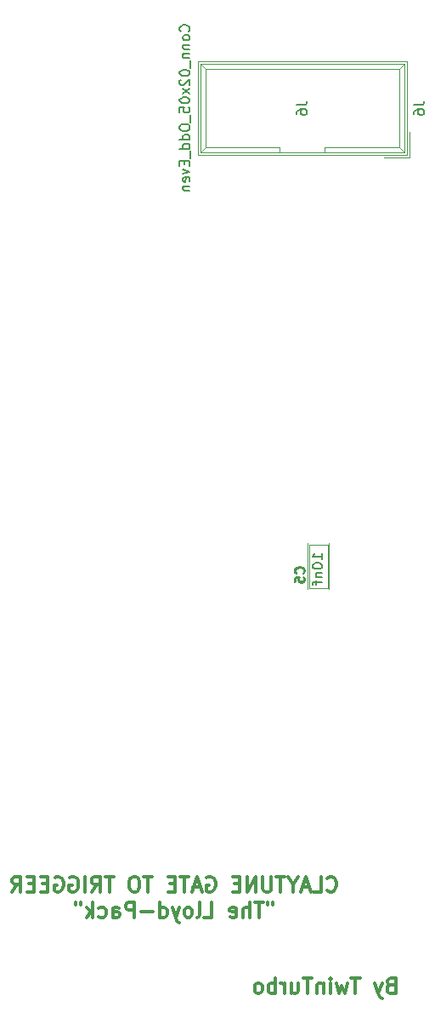
<source format=gbr>
G04 #@! TF.GenerationSoftware,KiCad,Pcbnew,(5.1.5)-3*
G04 #@! TF.CreationDate,2020-07-13T19:53:19+01:00*
G04 #@! TF.ProjectId,GATE2TRIG,47415445-3254-4524-9947-2e6b69636164,rev?*
G04 #@! TF.SameCoordinates,Original*
G04 #@! TF.FileFunction,Legend,Bot*
G04 #@! TF.FilePolarity,Positive*
%FSLAX46Y46*%
G04 Gerber Fmt 4.6, Leading zero omitted, Abs format (unit mm)*
G04 Created by KiCad (PCBNEW (5.1.5)-3) date 2020-07-13 19:53:19*
%MOMM*%
%LPD*%
G04 APERTURE LIST*
%ADD10C,0.300000*%
%ADD11C,0.120000*%
%ADD12C,0.100000*%
%ADD13C,0.150000*%
%ADD14C,0.129000*%
G04 APERTURE END LIST*
D10*
X87460000Y-111172857D02*
X87245714Y-111244285D01*
X87174285Y-111315714D01*
X87102857Y-111458571D01*
X87102857Y-111672857D01*
X87174285Y-111815714D01*
X87245714Y-111887142D01*
X87388571Y-111958571D01*
X87960000Y-111958571D01*
X87960000Y-110458571D01*
X87460000Y-110458571D01*
X87317142Y-110530000D01*
X87245714Y-110601428D01*
X87174285Y-110744285D01*
X87174285Y-110887142D01*
X87245714Y-111030000D01*
X87317142Y-111101428D01*
X87460000Y-111172857D01*
X87960000Y-111172857D01*
X86602857Y-110958571D02*
X86245714Y-111958571D01*
X85888571Y-110958571D02*
X86245714Y-111958571D01*
X86388571Y-112315714D01*
X86460000Y-112387142D01*
X86602857Y-112458571D01*
X84388571Y-110458571D02*
X83531428Y-110458571D01*
X83960000Y-111958571D02*
X83960000Y-110458571D01*
X83174285Y-110958571D02*
X82888571Y-111958571D01*
X82602857Y-111244285D01*
X82317142Y-111958571D01*
X82031428Y-110958571D01*
X81460000Y-111958571D02*
X81460000Y-110958571D01*
X81460000Y-110458571D02*
X81531428Y-110530000D01*
X81460000Y-110601428D01*
X81388571Y-110530000D01*
X81460000Y-110458571D01*
X81460000Y-110601428D01*
X80745714Y-110958571D02*
X80745714Y-111958571D01*
X80745714Y-111101428D02*
X80674285Y-111030000D01*
X80531428Y-110958571D01*
X80317142Y-110958571D01*
X80174285Y-111030000D01*
X80102857Y-111172857D01*
X80102857Y-111958571D01*
X79602857Y-110458571D02*
X78745714Y-110458571D01*
X79174285Y-111958571D02*
X79174285Y-110458571D01*
X77602857Y-110958571D02*
X77602857Y-111958571D01*
X78245714Y-110958571D02*
X78245714Y-111744285D01*
X78174285Y-111887142D01*
X78031428Y-111958571D01*
X77817142Y-111958571D01*
X77674285Y-111887142D01*
X77602857Y-111815714D01*
X76888571Y-111958571D02*
X76888571Y-110958571D01*
X76888571Y-111244285D02*
X76817142Y-111101428D01*
X76745714Y-111030000D01*
X76602857Y-110958571D01*
X76460000Y-110958571D01*
X75960000Y-111958571D02*
X75960000Y-110458571D01*
X75960000Y-111030000D02*
X75817142Y-110958571D01*
X75531428Y-110958571D01*
X75388571Y-111030000D01*
X75317142Y-111101428D01*
X75245714Y-111244285D01*
X75245714Y-111672857D01*
X75317142Y-111815714D01*
X75388571Y-111887142D01*
X75531428Y-111958571D01*
X75817142Y-111958571D01*
X75960000Y-111887142D01*
X74388571Y-111958571D02*
X74531428Y-111887142D01*
X74602857Y-111815714D01*
X74674285Y-111672857D01*
X74674285Y-111244285D01*
X74602857Y-111101428D01*
X74531428Y-111030000D01*
X74388571Y-110958571D01*
X74174285Y-110958571D01*
X74031428Y-111030000D01*
X73960000Y-111101428D01*
X73888571Y-111244285D01*
X73888571Y-111672857D01*
X73960000Y-111815714D01*
X74031428Y-111887142D01*
X74174285Y-111958571D01*
X74388571Y-111958571D01*
X81140000Y-101730714D02*
X81211428Y-101802142D01*
X81425714Y-101873571D01*
X81568571Y-101873571D01*
X81782857Y-101802142D01*
X81925714Y-101659285D01*
X81997142Y-101516428D01*
X82068571Y-101230714D01*
X82068571Y-101016428D01*
X81997142Y-100730714D01*
X81925714Y-100587857D01*
X81782857Y-100445000D01*
X81568571Y-100373571D01*
X81425714Y-100373571D01*
X81211428Y-100445000D01*
X81140000Y-100516428D01*
X79782857Y-101873571D02*
X80497142Y-101873571D01*
X80497142Y-100373571D01*
X79354285Y-101445000D02*
X78640000Y-101445000D01*
X79497142Y-101873571D02*
X78997142Y-100373571D01*
X78497142Y-101873571D01*
X77711428Y-101159285D02*
X77711428Y-101873571D01*
X78211428Y-100373571D02*
X77711428Y-101159285D01*
X77211428Y-100373571D01*
X76925714Y-100373571D02*
X76068571Y-100373571D01*
X76497142Y-101873571D02*
X76497142Y-100373571D01*
X75568571Y-100373571D02*
X75568571Y-101587857D01*
X75497142Y-101730714D01*
X75425714Y-101802142D01*
X75282857Y-101873571D01*
X74997142Y-101873571D01*
X74854285Y-101802142D01*
X74782857Y-101730714D01*
X74711428Y-101587857D01*
X74711428Y-100373571D01*
X73997142Y-101873571D02*
X73997142Y-100373571D01*
X73140000Y-101873571D01*
X73140000Y-100373571D01*
X72425714Y-101087857D02*
X71925714Y-101087857D01*
X71711428Y-101873571D02*
X72425714Y-101873571D01*
X72425714Y-100373571D01*
X71711428Y-100373571D01*
X69140000Y-100445000D02*
X69282857Y-100373571D01*
X69497142Y-100373571D01*
X69711428Y-100445000D01*
X69854285Y-100587857D01*
X69925714Y-100730714D01*
X69997142Y-101016428D01*
X69997142Y-101230714D01*
X69925714Y-101516428D01*
X69854285Y-101659285D01*
X69711428Y-101802142D01*
X69497142Y-101873571D01*
X69354285Y-101873571D01*
X69140000Y-101802142D01*
X69068571Y-101730714D01*
X69068571Y-101230714D01*
X69354285Y-101230714D01*
X68497142Y-101445000D02*
X67782857Y-101445000D01*
X68640000Y-101873571D02*
X68140000Y-100373571D01*
X67640000Y-101873571D01*
X67354285Y-100373571D02*
X66497142Y-100373571D01*
X66925714Y-101873571D02*
X66925714Y-100373571D01*
X65997142Y-101087857D02*
X65497142Y-101087857D01*
X65282857Y-101873571D02*
X65997142Y-101873571D01*
X65997142Y-100373571D01*
X65282857Y-100373571D01*
X63711428Y-100373571D02*
X62854285Y-100373571D01*
X63282857Y-101873571D02*
X63282857Y-100373571D01*
X62068571Y-100373571D02*
X61782857Y-100373571D01*
X61640000Y-100445000D01*
X61497142Y-100587857D01*
X61425714Y-100873571D01*
X61425714Y-101373571D01*
X61497142Y-101659285D01*
X61640000Y-101802142D01*
X61782857Y-101873571D01*
X62068571Y-101873571D01*
X62211428Y-101802142D01*
X62354285Y-101659285D01*
X62425714Y-101373571D01*
X62425714Y-100873571D01*
X62354285Y-100587857D01*
X62211428Y-100445000D01*
X62068571Y-100373571D01*
X59854285Y-100373571D02*
X58997142Y-100373571D01*
X59425714Y-101873571D02*
X59425714Y-100373571D01*
X57640000Y-101873571D02*
X58140000Y-101159285D01*
X58497142Y-101873571D02*
X58497142Y-100373571D01*
X57925714Y-100373571D01*
X57782857Y-100445000D01*
X57711428Y-100516428D01*
X57640000Y-100659285D01*
X57640000Y-100873571D01*
X57711428Y-101016428D01*
X57782857Y-101087857D01*
X57925714Y-101159285D01*
X58497142Y-101159285D01*
X56997142Y-101873571D02*
X56997142Y-100373571D01*
X55497142Y-100445000D02*
X55640000Y-100373571D01*
X55854285Y-100373571D01*
X56068571Y-100445000D01*
X56211428Y-100587857D01*
X56282857Y-100730714D01*
X56354285Y-101016428D01*
X56354285Y-101230714D01*
X56282857Y-101516428D01*
X56211428Y-101659285D01*
X56068571Y-101802142D01*
X55854285Y-101873571D01*
X55711428Y-101873571D01*
X55497142Y-101802142D01*
X55425714Y-101730714D01*
X55425714Y-101230714D01*
X55711428Y-101230714D01*
X53997142Y-100445000D02*
X54140000Y-100373571D01*
X54354285Y-100373571D01*
X54568571Y-100445000D01*
X54711428Y-100587857D01*
X54782857Y-100730714D01*
X54854285Y-101016428D01*
X54854285Y-101230714D01*
X54782857Y-101516428D01*
X54711428Y-101659285D01*
X54568571Y-101802142D01*
X54354285Y-101873571D01*
X54211428Y-101873571D01*
X53997142Y-101802142D01*
X53925714Y-101730714D01*
X53925714Y-101230714D01*
X54211428Y-101230714D01*
X53282857Y-101087857D02*
X52782857Y-101087857D01*
X52568571Y-101873571D02*
X53282857Y-101873571D01*
X53282857Y-100373571D01*
X52568571Y-100373571D01*
X51925714Y-101087857D02*
X51425714Y-101087857D01*
X51211428Y-101873571D02*
X51925714Y-101873571D01*
X51925714Y-100373571D01*
X51211428Y-100373571D01*
X49711428Y-101873571D02*
X50211428Y-101159285D01*
X50568571Y-101873571D02*
X50568571Y-100373571D01*
X49997142Y-100373571D01*
X49854285Y-100445000D01*
X49782857Y-100516428D01*
X49711428Y-100659285D01*
X49711428Y-100873571D01*
X49782857Y-101016428D01*
X49854285Y-101087857D01*
X49997142Y-101159285D01*
X50568571Y-101159285D01*
X75747142Y-102923571D02*
X75747142Y-103209285D01*
X75175714Y-102923571D02*
X75175714Y-103209285D01*
X74747142Y-102923571D02*
X73890000Y-102923571D01*
X74318571Y-104423571D02*
X74318571Y-102923571D01*
X73390000Y-104423571D02*
X73390000Y-102923571D01*
X72747142Y-104423571D02*
X72747142Y-103637857D01*
X72818571Y-103495000D01*
X72961428Y-103423571D01*
X73175714Y-103423571D01*
X73318571Y-103495000D01*
X73390000Y-103566428D01*
X71461428Y-104352142D02*
X71604285Y-104423571D01*
X71890000Y-104423571D01*
X72032857Y-104352142D01*
X72104285Y-104209285D01*
X72104285Y-103637857D01*
X72032857Y-103495000D01*
X71890000Y-103423571D01*
X71604285Y-103423571D01*
X71461428Y-103495000D01*
X71390000Y-103637857D01*
X71390000Y-103780714D01*
X72104285Y-103923571D01*
X68890000Y-104423571D02*
X69604285Y-104423571D01*
X69604285Y-102923571D01*
X68175714Y-104423571D02*
X68318571Y-104352142D01*
X68390000Y-104209285D01*
X68390000Y-102923571D01*
X67390000Y-104423571D02*
X67532857Y-104352142D01*
X67604285Y-104280714D01*
X67675714Y-104137857D01*
X67675714Y-103709285D01*
X67604285Y-103566428D01*
X67532857Y-103495000D01*
X67390000Y-103423571D01*
X67175714Y-103423571D01*
X67032857Y-103495000D01*
X66961428Y-103566428D01*
X66890000Y-103709285D01*
X66890000Y-104137857D01*
X66961428Y-104280714D01*
X67032857Y-104352142D01*
X67175714Y-104423571D01*
X67390000Y-104423571D01*
X66390000Y-103423571D02*
X66032857Y-104423571D01*
X65675714Y-103423571D02*
X66032857Y-104423571D01*
X66175714Y-104780714D01*
X66247142Y-104852142D01*
X66390000Y-104923571D01*
X64461428Y-104423571D02*
X64461428Y-102923571D01*
X64461428Y-104352142D02*
X64604285Y-104423571D01*
X64890000Y-104423571D01*
X65032857Y-104352142D01*
X65104285Y-104280714D01*
X65175714Y-104137857D01*
X65175714Y-103709285D01*
X65104285Y-103566428D01*
X65032857Y-103495000D01*
X64890000Y-103423571D01*
X64604285Y-103423571D01*
X64461428Y-103495000D01*
X63747142Y-103852142D02*
X62604285Y-103852142D01*
X61890000Y-104423571D02*
X61890000Y-102923571D01*
X61318571Y-102923571D01*
X61175714Y-102995000D01*
X61104285Y-103066428D01*
X61032857Y-103209285D01*
X61032857Y-103423571D01*
X61104285Y-103566428D01*
X61175714Y-103637857D01*
X61318571Y-103709285D01*
X61890000Y-103709285D01*
X59747142Y-104423571D02*
X59747142Y-103637857D01*
X59818571Y-103495000D01*
X59961428Y-103423571D01*
X60247142Y-103423571D01*
X60390000Y-103495000D01*
X59747142Y-104352142D02*
X59890000Y-104423571D01*
X60247142Y-104423571D01*
X60390000Y-104352142D01*
X60461428Y-104209285D01*
X60461428Y-104066428D01*
X60390000Y-103923571D01*
X60247142Y-103852142D01*
X59890000Y-103852142D01*
X59747142Y-103780714D01*
X58390000Y-104352142D02*
X58532857Y-104423571D01*
X58818571Y-104423571D01*
X58961428Y-104352142D01*
X59032857Y-104280714D01*
X59104285Y-104137857D01*
X59104285Y-103709285D01*
X59032857Y-103566428D01*
X58961428Y-103495000D01*
X58818571Y-103423571D01*
X58532857Y-103423571D01*
X58390000Y-103495000D01*
X57747142Y-104423571D02*
X57747142Y-102923571D01*
X57604285Y-103852142D02*
X57175714Y-104423571D01*
X57175714Y-103423571D02*
X57747142Y-103995000D01*
X56604285Y-102923571D02*
X56604285Y-103209285D01*
X56032857Y-102923571D02*
X56032857Y-103209285D01*
D11*
X81315000Y-71770000D02*
X81330000Y-71770000D01*
X79190000Y-71770000D02*
X79205000Y-71770000D01*
X81315000Y-67230000D02*
X81330000Y-67230000D01*
X79190000Y-67230000D02*
X79205000Y-67230000D01*
X81330000Y-67230000D02*
X81330000Y-71770000D01*
X79190000Y-67230000D02*
X79190000Y-71770000D01*
D12*
X79310000Y-71650000D02*
X79310000Y-67350000D01*
X81210000Y-71650000D02*
X79310000Y-71650000D01*
X81210000Y-67350000D02*
X81210000Y-71650000D01*
X79310000Y-67350000D02*
X81210000Y-67350000D01*
X88840200Y-19510700D02*
X68480200Y-19510700D01*
X88300200Y-20060700D02*
X69040200Y-20060700D01*
X88840200Y-28360700D02*
X68480200Y-28360700D01*
X88300200Y-27810700D02*
X80910200Y-27810700D01*
X76410200Y-27810700D02*
X69040200Y-27810700D01*
X80910200Y-27810700D02*
X80910200Y-28360700D01*
X76410200Y-27810700D02*
X76410200Y-28360700D01*
X88840200Y-19510700D02*
X88840200Y-28360700D01*
X88300200Y-20060700D02*
X88300200Y-27810700D01*
X68480200Y-19510700D02*
X68480200Y-28360700D01*
X69040200Y-20060700D02*
X69040200Y-27810700D01*
X88840200Y-19510700D02*
X88300200Y-20060700D01*
X68480200Y-19510700D02*
X69040200Y-20060700D01*
X88840200Y-28360700D02*
X88300200Y-27810700D01*
X68480200Y-28360700D02*
X69040200Y-27810700D01*
D11*
X89090200Y-19260700D02*
X68230200Y-19260700D01*
X68230200Y-19260700D02*
X68230200Y-28610700D01*
X68230200Y-28610700D02*
X89090200Y-28610700D01*
X89090200Y-28610700D02*
X89090200Y-19260700D01*
X89340200Y-28860700D02*
X86800200Y-28860700D01*
X89340200Y-28860700D02*
X89340200Y-26320700D01*
D13*
X78797142Y-70203333D02*
X78844761Y-70155714D01*
X78892380Y-70012857D01*
X78892380Y-69917619D01*
X78844761Y-69774761D01*
X78749523Y-69679523D01*
X78654285Y-69631904D01*
X78463809Y-69584285D01*
X78320952Y-69584285D01*
X78130476Y-69631904D01*
X78035238Y-69679523D01*
X77940000Y-69774761D01*
X77892380Y-69917619D01*
X77892380Y-70012857D01*
X77940000Y-70155714D01*
X77987619Y-70203333D01*
X77892380Y-71108095D02*
X77892380Y-70631904D01*
X78368571Y-70584285D01*
X78320952Y-70631904D01*
X78273333Y-70727142D01*
X78273333Y-70965238D01*
X78320952Y-71060476D01*
X78368571Y-71108095D01*
X78463809Y-71155714D01*
X78701904Y-71155714D01*
X78797142Y-71108095D01*
X78844761Y-71060476D01*
X78892380Y-70965238D01*
X78892380Y-70727142D01*
X78844761Y-70631904D01*
X78797142Y-70584285D01*
X80652380Y-68801428D02*
X80652380Y-68230000D01*
X80652380Y-68515714D02*
X79652380Y-68515714D01*
X79795238Y-68420476D01*
X79890476Y-68325238D01*
X79938095Y-68230000D01*
X79652380Y-69420476D02*
X79652380Y-69515714D01*
X79700000Y-69610952D01*
X79747619Y-69658571D01*
X79842857Y-69706190D01*
X80033333Y-69753809D01*
X80271428Y-69753809D01*
X80461904Y-69706190D01*
X80557142Y-69658571D01*
X80604761Y-69610952D01*
X80652380Y-69515714D01*
X80652380Y-69420476D01*
X80604761Y-69325238D01*
X80557142Y-69277619D01*
X80461904Y-69230000D01*
X80271428Y-69182380D01*
X80033333Y-69182380D01*
X79842857Y-69230000D01*
X79747619Y-69277619D01*
X79700000Y-69325238D01*
X79652380Y-69420476D01*
X79985714Y-70182380D02*
X80652380Y-70182380D01*
X80080952Y-70182380D02*
X80033333Y-70230000D01*
X79985714Y-70325238D01*
X79985714Y-70468095D01*
X80033333Y-70563333D01*
X80128571Y-70610952D01*
X80652380Y-70610952D01*
X79985714Y-70944285D02*
X79985714Y-71325238D01*
X80652380Y-71087142D02*
X79795238Y-71087142D01*
X79700000Y-71134761D01*
X79652380Y-71230000D01*
X79652380Y-71325238D01*
D14*
X78787142Y-70226666D02*
X78828095Y-70185714D01*
X78869047Y-70062857D01*
X78869047Y-69980952D01*
X78828095Y-69858095D01*
X78746190Y-69776190D01*
X78664285Y-69735238D01*
X78500476Y-69694285D01*
X78377619Y-69694285D01*
X78213809Y-69735238D01*
X78131904Y-69776190D01*
X78050000Y-69858095D01*
X78009047Y-69980952D01*
X78009047Y-70062857D01*
X78050000Y-70185714D01*
X78090952Y-70226666D01*
X78009047Y-71004761D02*
X78009047Y-70595238D01*
X78418571Y-70554285D01*
X78377619Y-70595238D01*
X78336666Y-70677142D01*
X78336666Y-70881904D01*
X78377619Y-70963809D01*
X78418571Y-71004761D01*
X78500476Y-71045714D01*
X78705238Y-71045714D01*
X78787142Y-71004761D01*
X78828095Y-70963809D01*
X78869047Y-70881904D01*
X78869047Y-70677142D01*
X78828095Y-70595238D01*
X78787142Y-70554285D01*
D13*
X89796580Y-23602366D02*
X90510866Y-23602366D01*
X90653723Y-23554747D01*
X90748961Y-23459509D01*
X90796580Y-23316652D01*
X90796580Y-23221414D01*
X89796580Y-24507128D02*
X89796580Y-24316652D01*
X89844200Y-24221414D01*
X89891819Y-24173795D01*
X90034676Y-24078557D01*
X90225152Y-24030938D01*
X90606104Y-24030938D01*
X90701342Y-24078557D01*
X90748961Y-24126176D01*
X90796580Y-24221414D01*
X90796580Y-24411890D01*
X90748961Y-24507128D01*
X90701342Y-24554747D01*
X90606104Y-24602366D01*
X90368009Y-24602366D01*
X90272771Y-24554747D01*
X90225152Y-24507128D01*
X90177533Y-24411890D01*
X90177533Y-24221414D01*
X90225152Y-24126176D01*
X90272771Y-24078557D01*
X90368009Y-24030938D01*
X67333342Y-16292842D02*
X67380961Y-16245223D01*
X67428580Y-16102366D01*
X67428580Y-16007128D01*
X67380961Y-15864271D01*
X67285723Y-15769033D01*
X67190485Y-15721414D01*
X67000009Y-15673795D01*
X66857152Y-15673795D01*
X66666676Y-15721414D01*
X66571438Y-15769033D01*
X66476200Y-15864271D01*
X66428580Y-16007128D01*
X66428580Y-16102366D01*
X66476200Y-16245223D01*
X66523819Y-16292842D01*
X67428580Y-16864271D02*
X67380961Y-16769033D01*
X67333342Y-16721414D01*
X67238104Y-16673795D01*
X66952390Y-16673795D01*
X66857152Y-16721414D01*
X66809533Y-16769033D01*
X66761914Y-16864271D01*
X66761914Y-17007128D01*
X66809533Y-17102366D01*
X66857152Y-17149985D01*
X66952390Y-17197604D01*
X67238104Y-17197604D01*
X67333342Y-17149985D01*
X67380961Y-17102366D01*
X67428580Y-17007128D01*
X67428580Y-16864271D01*
X66761914Y-17626176D02*
X67428580Y-17626176D01*
X66857152Y-17626176D02*
X66809533Y-17673795D01*
X66761914Y-17769033D01*
X66761914Y-17911890D01*
X66809533Y-18007128D01*
X66904771Y-18054747D01*
X67428580Y-18054747D01*
X66761914Y-18530938D02*
X67428580Y-18530938D01*
X66857152Y-18530938D02*
X66809533Y-18578557D01*
X66761914Y-18673795D01*
X66761914Y-18816652D01*
X66809533Y-18911890D01*
X66904771Y-18959509D01*
X67428580Y-18959509D01*
X67523819Y-19197604D02*
X67523819Y-19959509D01*
X66428580Y-20388080D02*
X66428580Y-20483319D01*
X66476200Y-20578557D01*
X66523819Y-20626176D01*
X66619057Y-20673795D01*
X66809533Y-20721414D01*
X67047628Y-20721414D01*
X67238104Y-20673795D01*
X67333342Y-20626176D01*
X67380961Y-20578557D01*
X67428580Y-20483319D01*
X67428580Y-20388080D01*
X67380961Y-20292842D01*
X67333342Y-20245223D01*
X67238104Y-20197604D01*
X67047628Y-20149985D01*
X66809533Y-20149985D01*
X66619057Y-20197604D01*
X66523819Y-20245223D01*
X66476200Y-20292842D01*
X66428580Y-20388080D01*
X66523819Y-21102366D02*
X66476200Y-21149985D01*
X66428580Y-21245223D01*
X66428580Y-21483319D01*
X66476200Y-21578557D01*
X66523819Y-21626176D01*
X66619057Y-21673795D01*
X66714295Y-21673795D01*
X66857152Y-21626176D01*
X67428580Y-21054747D01*
X67428580Y-21673795D01*
X67428580Y-22007128D02*
X66761914Y-22530938D01*
X66761914Y-22007128D02*
X67428580Y-22530938D01*
X66428580Y-23102366D02*
X66428580Y-23197604D01*
X66476200Y-23292842D01*
X66523819Y-23340461D01*
X66619057Y-23388080D01*
X66809533Y-23435700D01*
X67047628Y-23435700D01*
X67238104Y-23388080D01*
X67333342Y-23340461D01*
X67380961Y-23292842D01*
X67428580Y-23197604D01*
X67428580Y-23102366D01*
X67380961Y-23007128D01*
X67333342Y-22959509D01*
X67238104Y-22911890D01*
X67047628Y-22864271D01*
X66809533Y-22864271D01*
X66619057Y-22911890D01*
X66523819Y-22959509D01*
X66476200Y-23007128D01*
X66428580Y-23102366D01*
X66428580Y-24340461D02*
X66428580Y-23864271D01*
X66904771Y-23816652D01*
X66857152Y-23864271D01*
X66809533Y-23959509D01*
X66809533Y-24197604D01*
X66857152Y-24292842D01*
X66904771Y-24340461D01*
X67000009Y-24388080D01*
X67238104Y-24388080D01*
X67333342Y-24340461D01*
X67380961Y-24292842D01*
X67428580Y-24197604D01*
X67428580Y-23959509D01*
X67380961Y-23864271D01*
X67333342Y-23816652D01*
X67523819Y-24578557D02*
X67523819Y-25340461D01*
X66428580Y-25769033D02*
X66428580Y-25959509D01*
X66476200Y-26054747D01*
X66571438Y-26149985D01*
X66761914Y-26197604D01*
X67095247Y-26197604D01*
X67285723Y-26149985D01*
X67380961Y-26054747D01*
X67428580Y-25959509D01*
X67428580Y-25769033D01*
X67380961Y-25673795D01*
X67285723Y-25578557D01*
X67095247Y-25530938D01*
X66761914Y-25530938D01*
X66571438Y-25578557D01*
X66476200Y-25673795D01*
X66428580Y-25769033D01*
X67428580Y-27054747D02*
X66428580Y-27054747D01*
X67380961Y-27054747D02*
X67428580Y-26959509D01*
X67428580Y-26769033D01*
X67380961Y-26673795D01*
X67333342Y-26626176D01*
X67238104Y-26578557D01*
X66952390Y-26578557D01*
X66857152Y-26626176D01*
X66809533Y-26673795D01*
X66761914Y-26769033D01*
X66761914Y-26959509D01*
X66809533Y-27054747D01*
X67428580Y-27959509D02*
X66428580Y-27959509D01*
X67380961Y-27959509D02*
X67428580Y-27864271D01*
X67428580Y-27673795D01*
X67380961Y-27578557D01*
X67333342Y-27530938D01*
X67238104Y-27483319D01*
X66952390Y-27483319D01*
X66857152Y-27530938D01*
X66809533Y-27578557D01*
X66761914Y-27673795D01*
X66761914Y-27864271D01*
X66809533Y-27959509D01*
X67523819Y-28197604D02*
X67523819Y-28959509D01*
X66904771Y-29197604D02*
X66904771Y-29530938D01*
X67428580Y-29673795D02*
X67428580Y-29197604D01*
X66428580Y-29197604D01*
X66428580Y-29673795D01*
X66761914Y-30007128D02*
X67428580Y-30245223D01*
X66761914Y-30483319D01*
X67380961Y-31245223D02*
X67428580Y-31149985D01*
X67428580Y-30959509D01*
X67380961Y-30864271D01*
X67285723Y-30816652D01*
X66904771Y-30816652D01*
X66809533Y-30864271D01*
X66761914Y-30959509D01*
X66761914Y-31149985D01*
X66809533Y-31245223D01*
X66904771Y-31292842D01*
X67000009Y-31292842D01*
X67095247Y-30816652D01*
X66761914Y-31721414D02*
X67428580Y-31721414D01*
X66857152Y-31721414D02*
X66809533Y-31769033D01*
X66761914Y-31864271D01*
X66761914Y-32007128D01*
X66809533Y-32102366D01*
X66904771Y-32149985D01*
X67428580Y-32149985D01*
X78112580Y-23602366D02*
X78826866Y-23602366D01*
X78969723Y-23554747D01*
X79064961Y-23459509D01*
X79112580Y-23316652D01*
X79112580Y-23221414D01*
X78112580Y-24507128D02*
X78112580Y-24316652D01*
X78160200Y-24221414D01*
X78207819Y-24173795D01*
X78350676Y-24078557D01*
X78541152Y-24030938D01*
X78922104Y-24030938D01*
X79017342Y-24078557D01*
X79064961Y-24126176D01*
X79112580Y-24221414D01*
X79112580Y-24411890D01*
X79064961Y-24507128D01*
X79017342Y-24554747D01*
X78922104Y-24602366D01*
X78684009Y-24602366D01*
X78588771Y-24554747D01*
X78541152Y-24507128D01*
X78493533Y-24411890D01*
X78493533Y-24221414D01*
X78541152Y-24126176D01*
X78588771Y-24078557D01*
X78684009Y-24030938D01*
M02*

</source>
